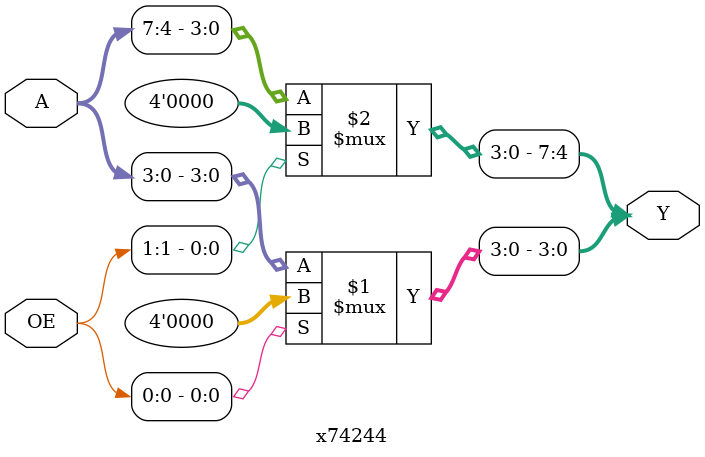
<source format=v>


module x74244(

  input [7:0] A,
  input [1:0] OE,
  output [7:0] Y

);

assign Y = {
  OE[1] ? 4'd0 : A[7:4],
  OE[0] ? 4'd0 : A[3:0]
};

endmodule

</source>
